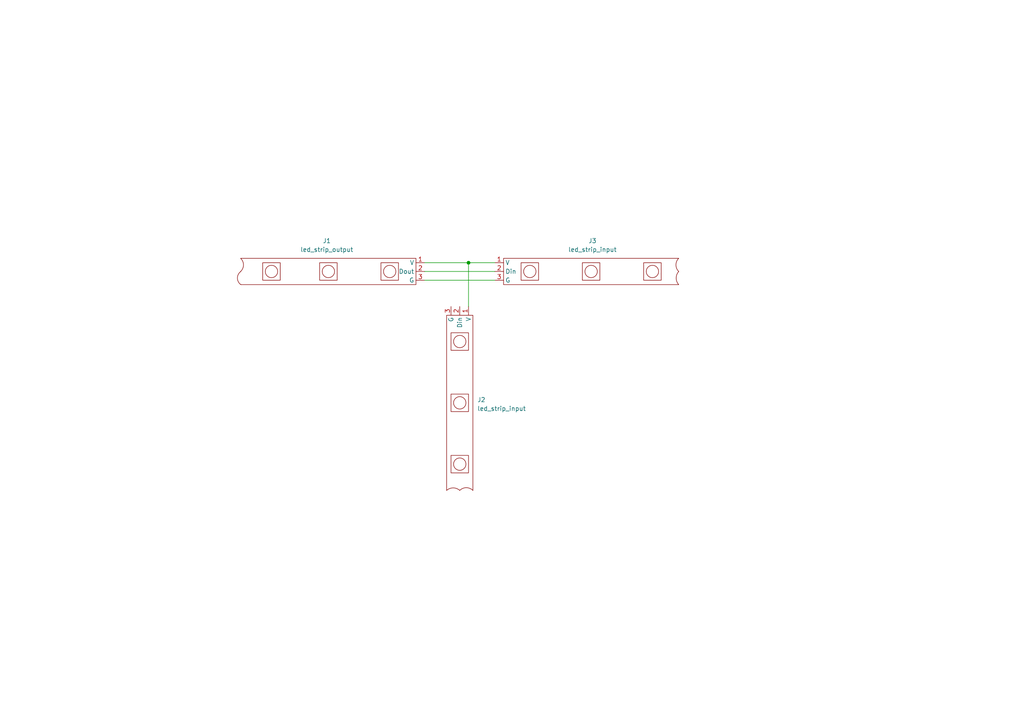
<source format=kicad_sch>
(kicad_sch (version 20211123) (generator eeschema)
  (paper "A4")
  (lib_symbols
    (symbol "led_strip_input_1"
      (property "Reference" "J" (at 1.27 1.27 0))
      (property "Value" "led_strip_input_1" (at -5.08 1.27 0))
      (symbol "led_strip_input_1_0_1"
        (polyline (pts (xy 50.8 -7.62) (xy 0 -7.62) (xy 0 0) (xy 50.8 0)))
        (rectangle (start 5.08 -1.27) (end 10.16 -6.35))
        (circle (center 7.62 -3.81) (radius 1.7961))
        (rectangle (start 22.86 -1.27) (end 27.94 -6.35))
        (circle (center 25.4 -3.81) (radius 1.7961))
        (rectangle (start 40.64 -1.27) (end 45.72 -6.35))
        (circle (center 43.18 -3.81) (radius 1.7961))
        (arc (start 50.8 -3.81) (mid 50.0712 -5.715) (end 50.8 -7.62))
        (arc (start 50.8 0) (mid 46.2009 -1.905) (end 50.8 -3.81))
      )
      (symbol "led_strip_input_1_1_1"
        (pin input line (at -2.54 -1.27 0) (length 2.54) (name "V") (number "1"))
        (pin input line (at -2.54 -3.81 0) (length 2.54) (name "Din") (number "2"))
        (pin input line (at -2.54 -6.35 0) (length 2.54) (name "G") (number "3"))
      )
    )
    (symbol "led_strip_lib:led_strip_input"
      (property "Reference" "J" (at 1.27 1.27 0))
      (property "Value" "led_strip_input" (at -5.08 1.27 0))
      (symbol "led_strip_input_0_1"
        (polyline (pts (xy 50.8 -7.62) (xy 0 -7.62) (xy 0 0) (xy 50.8 0)))
        (rectangle (start 5.08 -1.27) (end 10.16 -6.35))
        (circle (center 7.62 -3.81) (radius 1.7961))
        (rectangle (start 22.86 -1.27) (end 27.94 -6.35))
        (circle (center 25.4 -3.81) (radius 1.7961))
        (rectangle (start 40.64 -1.27) (end 45.72 -6.35))
        (circle (center 43.18 -3.81) (radius 1.7961))
        (arc (start 50.8 -3.81) (mid 50.0712 -5.715) (end 50.8 -7.62))
        (arc (start 50.8 0) (mid 46.2009 -1.905) (end 50.8 -3.81))
      )
      (symbol "led_strip_input_1_1"
        (pin input line (at -2.54 -1.27 0) (length 2.54) (name "V") (number "1"))
        (pin input line (at -2.54 -3.81 0) (length 2.54) (name "Din") (number "2"))
        (pin input line (at -2.54 -6.35 0) (length 2.54) (name "G") (number "3"))
      )
    )
    (symbol "led_strip_lib:led_strip_output"
      (property "Reference" "J" (at 1.27 1.27 0))
      (property "Value" "led_strip_output" (at -5.08 1.27 0))
      (symbol "led_strip_output_0_1"
        (arc (start -0.0676 -3.81) (mid 4.2754 -1.905) (end -0.0676 0))
        (arc (start 0 -3.81) (mid -3.6793 -5.715) (end 0 -7.62))
        (polyline (pts (xy 0 0) (xy 50.8 0) (xy 50.8 -7.62) (xy 0 -7.62)))
        (rectangle (start 6.35 -1.27) (end 11.43 -6.35))
        (circle (center 8.89 -3.81) (radius 1.7961))
        (rectangle (start 22.86 -1.27) (end 27.94 -6.35))
        (circle (center 25.4 -3.81) (radius 1.7961))
        (rectangle (start 40.64 -1.27) (end 45.72 -6.35))
        (circle (center 43.18 -3.81) (radius 1.7961))
      )
      (symbol "led_strip_output_1_1"
        (pin input line (at 53.34 -1.27 180) (length 2.54) (name "V") (number "1"))
        (pin input line (at 53.34 -3.81 180) (length 2.54) (name "Dout") (number "2"))
        (pin input line (at 53.34 -6.35 180) (length 2.54) (name "G") (number "3"))
      )
    )
  )
  (junction (at 135.89 76.2))
  (wire (pts (xy 135.89 76.2) (xy 143.51 76.2)))
  (wire (pts (xy 123.19 78.74) (xy 143.51 78.74)))
  (wire (pts (xy 135.89 76.2) (xy 135.89 88.9)))
  (wire (pts (xy 123.19 76.2) (xy 135.89 76.2)))
  (wire (pts (xy 123.19 81.28) (xy 143.51 81.28)))
  (symbol (lib_id "led_strip_lib:led_strip_input") (at 146.05 74.93 0) (unit 1)
    (property "Reference" "J3" (at 171.8445 69.85 0))
    (property "Value" "led_strip_input" (at 171.8445 72.39 0))
    (property "Footprint" "ledstrip_footprints:strip_print_input" (effects hide))
  )
  (symbol (lib_name "led_strip_input_1") (lib_id "led_strip_lib:led_strip_input") (at 137.16 91.44 270) (unit 1)
    (property "Reference" "J2" (at 138.43 115.9644 90) (effects (justify left)))
    (property "Value" "led_strip_input" (at 138.43 118.5044 90) (effects (justify left)))
    (property "Footprint" "ledstrip_footprints:strip_print_input" (effects hide))
  )
  (symbol (lib_id "led_strip_lib:led_strip_output") (at 69.85 74.93 0) (unit 1)
    (property "Reference" "J1" (at 94.7984 69.85 0))
    (property "Value" "led_strip_output" (at 94.7984 72.39 0))
    (property "Footprint" "ledstrip_footprints:strip_print_output" (effects hide))
  )
)
</source>
